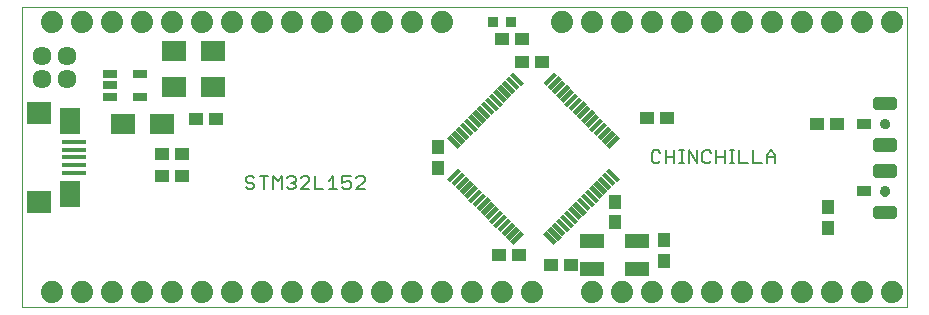
<source format=gts>
G75*
%MOIN*%
%OFA0B0*%
%FSLAX24Y24*%
%IPPOS*%
%LPD*%
%AMOC8*
5,1,8,0,0,1.08239X$1,22.5*
%
%ADD10C,0.0000*%
%ADD11C,0.0080*%
%ADD12R,0.0788X0.0178*%
%ADD13R,0.0788X0.0749*%
%ADD14R,0.0670X0.0867*%
%ADD15R,0.0473X0.0434*%
%ADD16C,0.0634*%
%ADD17R,0.0788X0.0670*%
%ADD18R,0.0434X0.0473*%
%ADD19R,0.0512X0.0257*%
%ADD20C,0.0740*%
%ADD21C,0.0217*%
%ADD22R,0.0473X0.0355*%
%ADD23C,0.0340*%
%ADD24R,0.0827X0.0512*%
%ADD25R,0.0355X0.0355*%
%ADD26R,0.0512X0.0158*%
D10*
X001680Y001485D02*
X001680Y011485D01*
X031180Y011485D01*
X031180Y001485D01*
X001680Y001485D01*
X030280Y005360D02*
X030282Y005384D01*
X030288Y005408D01*
X030297Y005430D01*
X030310Y005450D01*
X030326Y005468D01*
X030345Y005483D01*
X030366Y005496D01*
X030388Y005504D01*
X030412Y005509D01*
X030436Y005510D01*
X030460Y005507D01*
X030483Y005500D01*
X030505Y005490D01*
X030525Y005476D01*
X030542Y005459D01*
X030557Y005440D01*
X030568Y005419D01*
X030576Y005396D01*
X030580Y005372D01*
X030580Y005348D01*
X030576Y005324D01*
X030568Y005301D01*
X030557Y005280D01*
X030542Y005261D01*
X030525Y005244D01*
X030505Y005230D01*
X030483Y005220D01*
X030460Y005213D01*
X030436Y005210D01*
X030412Y005211D01*
X030388Y005216D01*
X030366Y005224D01*
X030345Y005237D01*
X030326Y005252D01*
X030310Y005270D01*
X030297Y005290D01*
X030288Y005312D01*
X030282Y005336D01*
X030280Y005360D01*
X030280Y007610D02*
X030282Y007634D01*
X030288Y007658D01*
X030297Y007680D01*
X030310Y007700D01*
X030326Y007718D01*
X030345Y007733D01*
X030366Y007746D01*
X030388Y007754D01*
X030412Y007759D01*
X030436Y007760D01*
X030460Y007757D01*
X030483Y007750D01*
X030505Y007740D01*
X030525Y007726D01*
X030542Y007709D01*
X030557Y007690D01*
X030568Y007669D01*
X030576Y007646D01*
X030580Y007622D01*
X030580Y007598D01*
X030576Y007574D01*
X030568Y007551D01*
X030557Y007530D01*
X030542Y007511D01*
X030525Y007494D01*
X030505Y007480D01*
X030483Y007470D01*
X030460Y007463D01*
X030436Y007460D01*
X030412Y007461D01*
X030388Y007466D01*
X030366Y007474D01*
X030345Y007487D01*
X030326Y007502D01*
X030310Y007520D01*
X030297Y007540D01*
X030288Y007562D01*
X030282Y007586D01*
X030280Y007610D01*
D11*
X026787Y006581D02*
X026787Y006300D01*
X026507Y006300D02*
X026507Y006581D01*
X026647Y006721D01*
X026787Y006581D01*
X026787Y006510D02*
X026507Y006510D01*
X026046Y006721D02*
X026046Y006300D01*
X026326Y006300D01*
X025866Y006300D02*
X025586Y006300D01*
X025586Y006721D01*
X025419Y006721D02*
X025279Y006721D01*
X025349Y006721D02*
X025349Y006300D01*
X025279Y006300D02*
X025419Y006300D01*
X025099Y006300D02*
X025099Y006721D01*
X025099Y006510D02*
X024818Y006510D01*
X024818Y006300D02*
X024818Y006721D01*
X024638Y006651D02*
X024568Y006721D01*
X024428Y006721D01*
X024358Y006651D01*
X024358Y006370D01*
X024428Y006300D01*
X024568Y006300D01*
X024638Y006370D01*
X024178Y006300D02*
X024178Y006721D01*
X023898Y006721D02*
X024178Y006300D01*
X023898Y006300D02*
X023898Y006721D01*
X023731Y006721D02*
X023591Y006721D01*
X023661Y006721D02*
X023661Y006300D01*
X023591Y006300D02*
X023731Y006300D01*
X023411Y006300D02*
X023411Y006721D01*
X023411Y006510D02*
X023130Y006510D01*
X023130Y006300D02*
X023130Y006721D01*
X022950Y006651D02*
X022880Y006721D01*
X022740Y006721D01*
X022670Y006651D01*
X022670Y006370D01*
X022740Y006300D01*
X022880Y006300D01*
X022950Y006370D01*
X013096Y005788D02*
X013096Y005718D01*
X012816Y005438D01*
X013096Y005438D01*
X012635Y005508D02*
X012565Y005438D01*
X012425Y005438D01*
X012355Y005508D01*
X012355Y005648D02*
X012495Y005718D01*
X012565Y005718D01*
X012635Y005648D01*
X012635Y005508D01*
X012355Y005648D02*
X012355Y005858D01*
X012635Y005858D01*
X012816Y005788D02*
X012886Y005858D01*
X013026Y005858D01*
X013096Y005788D01*
X012175Y005438D02*
X011895Y005438D01*
X012035Y005438D02*
X012035Y005858D01*
X011895Y005718D01*
X011434Y005858D02*
X011434Y005438D01*
X011715Y005438D01*
X011254Y005438D02*
X010974Y005438D01*
X011254Y005718D01*
X011254Y005788D01*
X011184Y005858D01*
X011044Y005858D01*
X010974Y005788D01*
X010794Y005788D02*
X010794Y005718D01*
X010724Y005648D01*
X010794Y005578D01*
X010794Y005508D01*
X010724Y005438D01*
X010584Y005438D01*
X010514Y005508D01*
X010334Y005438D02*
X010334Y005858D01*
X010193Y005718D01*
X010053Y005858D01*
X010053Y005438D01*
X009733Y005438D02*
X009733Y005858D01*
X009593Y005858D02*
X009873Y005858D01*
X009413Y005788D02*
X009343Y005858D01*
X009203Y005858D01*
X009133Y005788D01*
X009133Y005718D01*
X009203Y005648D01*
X009343Y005648D01*
X009413Y005578D01*
X009413Y005508D01*
X009343Y005438D01*
X009203Y005438D01*
X009133Y005508D01*
X010514Y005788D02*
X010584Y005858D01*
X010724Y005858D01*
X010794Y005788D01*
X010724Y005648D02*
X010654Y005648D01*
D12*
X003397Y005973D03*
X003397Y006229D03*
X003397Y006485D03*
X003397Y006741D03*
X003397Y006997D03*
D13*
X002255Y007981D03*
X002255Y004989D03*
D14*
X003259Y005265D03*
X003259Y007706D03*
D15*
X006345Y006610D03*
X007015Y006610D03*
X007015Y005860D03*
X006345Y005860D03*
X007470Y007760D03*
X008140Y007760D03*
X017670Y010423D03*
X018340Y010423D03*
X018345Y009673D03*
X019015Y009673D03*
X022496Y007816D03*
X023165Y007816D03*
X028170Y007610D03*
X028840Y007610D03*
X019965Y002885D03*
X019295Y002885D03*
X018240Y003235D03*
X017570Y003235D03*
D16*
X003180Y009092D03*
X002330Y009092D03*
X002330Y009879D03*
X003180Y009879D03*
D17*
X006730Y010035D03*
X008030Y010035D03*
X008030Y008835D03*
X006730Y008835D03*
X006330Y007610D03*
X005030Y007610D03*
D18*
X015555Y006820D03*
X015555Y006151D03*
X021430Y004995D03*
X021430Y004326D03*
X023080Y003720D03*
X023080Y003051D03*
X028555Y004151D03*
X028555Y004820D03*
D19*
X005617Y008511D03*
X004593Y008511D03*
X004593Y008885D03*
X004593Y009259D03*
X005617Y009259D03*
D20*
X005680Y010985D03*
X004680Y010985D03*
X003680Y010985D03*
X002680Y010985D03*
X006680Y010985D03*
X007668Y010985D03*
X008680Y010985D03*
X009680Y010985D03*
X010680Y010985D03*
X011680Y010985D03*
X012680Y010985D03*
X013680Y010985D03*
X014680Y010985D03*
X015680Y010985D03*
X019680Y010985D03*
X020680Y010985D03*
X021680Y010985D03*
X022680Y010985D03*
X023680Y010985D03*
X024680Y010985D03*
X025680Y010985D03*
X026680Y010985D03*
X027680Y010985D03*
X028680Y010985D03*
X029680Y010985D03*
X030680Y010985D03*
X030680Y001985D03*
X029680Y001985D03*
X028680Y001985D03*
X027680Y001985D03*
X026680Y001985D03*
X025680Y001985D03*
X024680Y001985D03*
X023680Y001985D03*
X022682Y001987D03*
X021680Y001985D03*
X020680Y001985D03*
X018680Y001985D03*
X017680Y001985D03*
X016680Y001985D03*
X015680Y001985D03*
X014680Y001985D03*
X013680Y001985D03*
X012680Y001985D03*
X011680Y001985D03*
X010680Y001985D03*
X009680Y001985D03*
X008680Y001985D03*
X007680Y001985D03*
X006680Y001985D03*
X005680Y001985D03*
X004680Y001985D03*
X003680Y001985D03*
X002680Y001985D03*
D21*
X030144Y004780D02*
X030716Y004780D01*
X030716Y004562D01*
X030144Y004562D01*
X030144Y004780D01*
X030144Y004778D02*
X030716Y004778D01*
X030716Y006158D02*
X030144Y006158D01*
X030716Y006158D02*
X030716Y005940D01*
X030144Y005940D01*
X030144Y006158D01*
X030144Y006156D02*
X030716Y006156D01*
X030716Y007030D02*
X030144Y007030D01*
X030716Y007030D02*
X030716Y006812D01*
X030144Y006812D01*
X030144Y007030D01*
X030144Y007028D02*
X030716Y007028D01*
X030716Y008408D02*
X030144Y008408D01*
X030716Y008408D02*
X030716Y008190D01*
X030144Y008190D01*
X030144Y008408D01*
X030144Y008406D02*
X030716Y008406D01*
D22*
X029741Y007610D03*
X029741Y005360D03*
D23*
X030430Y005360D03*
X030430Y007610D03*
D24*
X022178Y003708D03*
X020682Y003708D03*
X020682Y002763D03*
X022178Y002763D03*
D25*
X017975Y010985D03*
X017385Y010985D03*
D26*
G36*
X018295Y008866D02*
X017934Y009227D01*
X018045Y009338D01*
X018406Y008977D01*
X018295Y008866D01*
G37*
G36*
X018156Y008727D02*
X017795Y009088D01*
X017906Y009199D01*
X018267Y008838D01*
X018156Y008727D01*
G37*
G36*
X018017Y008588D02*
X017656Y008949D01*
X017767Y009060D01*
X018128Y008699D01*
X018017Y008588D01*
G37*
G36*
X017878Y008449D02*
X017517Y008810D01*
X017628Y008921D01*
X017989Y008560D01*
X017878Y008449D01*
G37*
G36*
X017739Y008310D02*
X017378Y008671D01*
X017489Y008782D01*
X017850Y008421D01*
X017739Y008310D01*
G37*
G36*
X017599Y008170D02*
X017238Y008531D01*
X017349Y008642D01*
X017710Y008281D01*
X017599Y008170D01*
G37*
G36*
X017460Y008031D02*
X017099Y008392D01*
X017210Y008503D01*
X017571Y008142D01*
X017460Y008031D01*
G37*
G36*
X017321Y007892D02*
X016960Y008253D01*
X017071Y008364D01*
X017432Y008003D01*
X017321Y007892D01*
G37*
G36*
X017182Y007753D02*
X016821Y008114D01*
X016932Y008225D01*
X017293Y007864D01*
X017182Y007753D01*
G37*
G36*
X017043Y007614D02*
X016682Y007975D01*
X016793Y008086D01*
X017154Y007725D01*
X017043Y007614D01*
G37*
G36*
X016903Y007474D02*
X016542Y007835D01*
X016653Y007946D01*
X017014Y007585D01*
X016903Y007474D01*
G37*
G36*
X016764Y007335D02*
X016403Y007696D01*
X016514Y007807D01*
X016875Y007446D01*
X016764Y007335D01*
G37*
G36*
X016625Y007196D02*
X016264Y007557D01*
X016375Y007668D01*
X016736Y007307D01*
X016625Y007196D01*
G37*
G36*
X016486Y007057D02*
X016125Y007418D01*
X016236Y007529D01*
X016597Y007168D01*
X016486Y007057D01*
G37*
G36*
X016347Y006918D02*
X015986Y007279D01*
X016097Y007390D01*
X016458Y007029D01*
X016347Y006918D01*
G37*
G36*
X016207Y006778D02*
X015846Y007139D01*
X015957Y007250D01*
X016318Y006889D01*
X016207Y006778D01*
G37*
G36*
X016318Y006026D02*
X015957Y005665D01*
X015846Y005776D01*
X016207Y006137D01*
X016318Y006026D01*
G37*
G36*
X016458Y005887D02*
X016097Y005526D01*
X015986Y005637D01*
X016347Y005998D01*
X016458Y005887D01*
G37*
G36*
X016597Y005748D02*
X016236Y005387D01*
X016125Y005498D01*
X016486Y005859D01*
X016597Y005748D01*
G37*
G36*
X016736Y005608D02*
X016375Y005247D01*
X016264Y005358D01*
X016625Y005719D01*
X016736Y005608D01*
G37*
G36*
X016875Y005469D02*
X016514Y005108D01*
X016403Y005219D01*
X016764Y005580D01*
X016875Y005469D01*
G37*
G36*
X017014Y005330D02*
X016653Y004969D01*
X016542Y005080D01*
X016903Y005441D01*
X017014Y005330D01*
G37*
G36*
X017154Y005191D02*
X016793Y004830D01*
X016682Y004941D01*
X017043Y005302D01*
X017154Y005191D01*
G37*
G36*
X017293Y005052D02*
X016932Y004691D01*
X016821Y004802D01*
X017182Y005163D01*
X017293Y005052D01*
G37*
G36*
X017432Y004912D02*
X017071Y004551D01*
X016960Y004662D01*
X017321Y005023D01*
X017432Y004912D01*
G37*
G36*
X017571Y004773D02*
X017210Y004412D01*
X017099Y004523D01*
X017460Y004884D01*
X017571Y004773D01*
G37*
G36*
X017710Y004634D02*
X017349Y004273D01*
X017238Y004384D01*
X017599Y004745D01*
X017710Y004634D01*
G37*
G36*
X017850Y004495D02*
X017489Y004134D01*
X017378Y004245D01*
X017739Y004606D01*
X017850Y004495D01*
G37*
G36*
X017989Y004356D02*
X017628Y003995D01*
X017517Y004106D01*
X017878Y004467D01*
X017989Y004356D01*
G37*
G36*
X018128Y004216D02*
X017767Y003855D01*
X017656Y003966D01*
X018017Y004327D01*
X018128Y004216D01*
G37*
G36*
X018267Y004077D02*
X017906Y003716D01*
X017795Y003827D01*
X018156Y004188D01*
X018267Y004077D01*
G37*
G36*
X018406Y003938D02*
X018045Y003577D01*
X017934Y003688D01*
X018295Y004049D01*
X018406Y003938D01*
G37*
G36*
X019159Y004049D02*
X019520Y003688D01*
X019409Y003577D01*
X019048Y003938D01*
X019159Y004049D01*
G37*
G36*
X019298Y004188D02*
X019659Y003827D01*
X019548Y003716D01*
X019187Y004077D01*
X019298Y004188D01*
G37*
G36*
X019437Y004327D02*
X019798Y003966D01*
X019687Y003855D01*
X019326Y004216D01*
X019437Y004327D01*
G37*
G36*
X019577Y004467D02*
X019938Y004106D01*
X019827Y003995D01*
X019466Y004356D01*
X019577Y004467D01*
G37*
G36*
X019716Y004606D02*
X020077Y004245D01*
X019966Y004134D01*
X019605Y004495D01*
X019716Y004606D01*
G37*
G36*
X019855Y004745D02*
X020216Y004384D01*
X020105Y004273D01*
X019744Y004634D01*
X019855Y004745D01*
G37*
G36*
X019994Y004884D02*
X020355Y004523D01*
X020244Y004412D01*
X019883Y004773D01*
X019994Y004884D01*
G37*
G36*
X020133Y005023D02*
X020494Y004662D01*
X020383Y004551D01*
X020022Y004912D01*
X020133Y005023D01*
G37*
G36*
X020272Y005163D02*
X020633Y004802D01*
X020522Y004691D01*
X020161Y005052D01*
X020272Y005163D01*
G37*
G36*
X020412Y005302D02*
X020773Y004941D01*
X020662Y004830D01*
X020301Y005191D01*
X020412Y005302D01*
G37*
G36*
X020551Y005441D02*
X020912Y005080D01*
X020801Y004969D01*
X020440Y005330D01*
X020551Y005441D01*
G37*
G36*
X020690Y005580D02*
X021051Y005219D01*
X020940Y005108D01*
X020579Y005469D01*
X020690Y005580D01*
G37*
G36*
X020829Y005719D02*
X021190Y005358D01*
X021079Y005247D01*
X020718Y005608D01*
X020829Y005719D01*
G37*
G36*
X020968Y005859D02*
X021329Y005498D01*
X021218Y005387D01*
X020857Y005748D01*
X020968Y005859D01*
G37*
G36*
X021108Y005998D02*
X021469Y005637D01*
X021358Y005526D01*
X020997Y005887D01*
X021108Y005998D01*
G37*
G36*
X021247Y006137D02*
X021608Y005776D01*
X021497Y005665D01*
X021136Y006026D01*
X021247Y006137D01*
G37*
G36*
X021136Y006889D02*
X021497Y007250D01*
X021608Y007139D01*
X021247Y006778D01*
X021136Y006889D01*
G37*
G36*
X020997Y007029D02*
X021358Y007390D01*
X021469Y007279D01*
X021108Y006918D01*
X020997Y007029D01*
G37*
G36*
X020857Y007168D02*
X021218Y007529D01*
X021329Y007418D01*
X020968Y007057D01*
X020857Y007168D01*
G37*
G36*
X020718Y007307D02*
X021079Y007668D01*
X021190Y007557D01*
X020829Y007196D01*
X020718Y007307D01*
G37*
G36*
X020579Y007446D02*
X020940Y007807D01*
X021051Y007696D01*
X020690Y007335D01*
X020579Y007446D01*
G37*
G36*
X020440Y007585D02*
X020801Y007946D01*
X020912Y007835D01*
X020551Y007474D01*
X020440Y007585D01*
G37*
G36*
X020301Y007725D02*
X020662Y008086D01*
X020773Y007975D01*
X020412Y007614D01*
X020301Y007725D01*
G37*
G36*
X020161Y007864D02*
X020522Y008225D01*
X020633Y008114D01*
X020272Y007753D01*
X020161Y007864D01*
G37*
G36*
X020022Y008003D02*
X020383Y008364D01*
X020494Y008253D01*
X020133Y007892D01*
X020022Y008003D01*
G37*
G36*
X019883Y008142D02*
X020244Y008503D01*
X020355Y008392D01*
X019994Y008031D01*
X019883Y008142D01*
G37*
G36*
X019744Y008281D02*
X020105Y008642D01*
X020216Y008531D01*
X019855Y008170D01*
X019744Y008281D01*
G37*
G36*
X019605Y008421D02*
X019966Y008782D01*
X020077Y008671D01*
X019716Y008310D01*
X019605Y008421D01*
G37*
G36*
X019466Y008560D02*
X019827Y008921D01*
X019938Y008810D01*
X019577Y008449D01*
X019466Y008560D01*
G37*
G36*
X019326Y008699D02*
X019687Y009060D01*
X019798Y008949D01*
X019437Y008588D01*
X019326Y008699D01*
G37*
G36*
X019187Y008838D02*
X019548Y009199D01*
X019659Y009088D01*
X019298Y008727D01*
X019187Y008838D01*
G37*
G36*
X019048Y008977D02*
X019409Y009338D01*
X019520Y009227D01*
X019159Y008866D01*
X019048Y008977D01*
G37*
M02*

</source>
